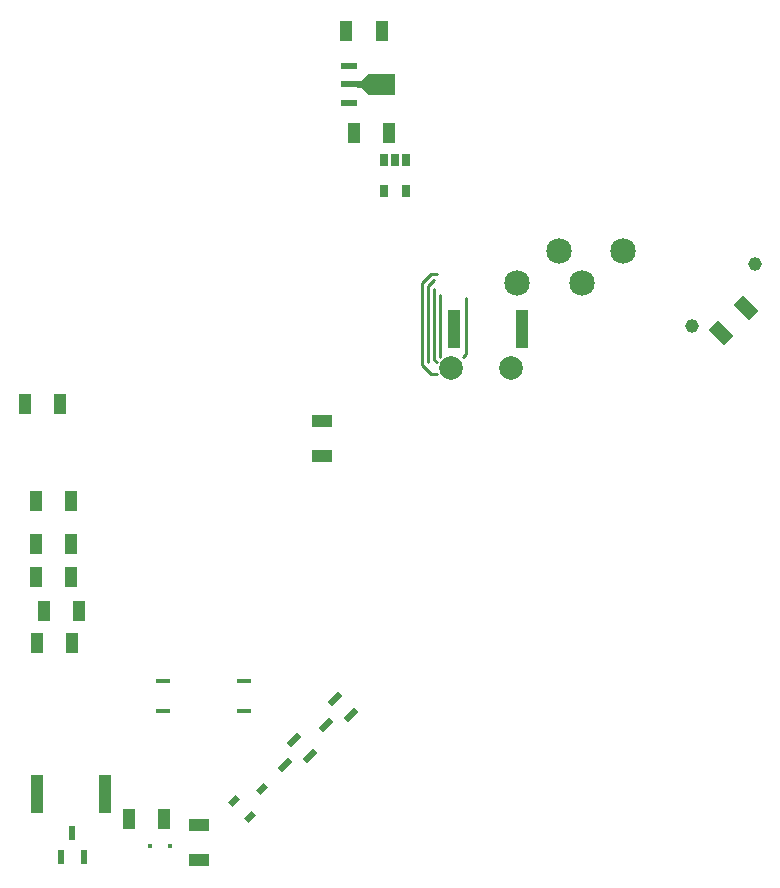
<source format=gbs>
G04 Layer_Color=16711935*
%FSLAX44Y44*%
%MOMM*%
G71*
G01*
G75*
%ADD10R,1.8034X1.1120*%
%ADD21C,1.1684*%
%ADD22C,2.0000*%
%ADD23C,2.1590*%
%ADD33R,1.2080X0.4564*%
G04:AMPARAMS|DCode=34|XSize=1.112mm|YSize=1.8034mm|CornerRadius=0mm|HoleSize=0mm|Usage=FLASHONLY|Rotation=45.000|XOffset=0mm|YOffset=0mm|HoleType=Round|Shape=Rectangle|*
%AMROTATEDRECTD34*
4,1,4,0.2445,-1.0308,-1.0308,0.2445,-0.2445,1.0308,1.0308,-0.2445,0.2445,-1.0308,0.0*
%
%ADD34ROTATEDRECTD34*%

%ADD35R,1.0128X3.2004*%
%ADD36R,0.7000X1.0000*%
%ADD37R,1.1120X1.8034*%
%ADD38R,1.3938X0.4826*%
%ADD39R,1.3938X0.5588*%
G04:AMPARAMS|DCode=40|XSize=0.5588mm|YSize=0.9144mm|CornerRadius=0mm|HoleSize=0mm|Usage=FLASHONLY|Rotation=135.000|XOffset=0mm|YOffset=0mm|HoleType=Round|Shape=Rectangle|*
%AMROTATEDRECTD40*
4,1,4,0.5209,0.1257,-0.1257,-0.5209,-0.5209,-0.1257,0.1257,0.5209,0.5209,0.1257,0.0*
%
%ADD40ROTATEDRECTD40*%

%ADD41R,0.5426X1.1572*%
G04:AMPARAMS|DCode=42|XSize=0.568mm|YSize=1.2588mm|CornerRadius=0mm|HoleSize=0mm|Usage=FLASHONLY|Rotation=315.000|XOffset=0mm|YOffset=0mm|HoleType=Round|Shape=Rectangle|*
%AMROTATEDRECTD42*
4,1,4,-0.6459,-0.2442,0.2442,0.6459,0.6459,0.2442,-0.2442,-0.6459,-0.6459,-0.2442,0.0*
%
%ADD42ROTATEDRECTD42*%

%ADD43R,0.4032X0.3556*%
%ADD49C,0.2540*%
%ADD51C,0.1590*%
G36*
X502526Y658856D02*
X479952D01*
X473602Y665206D01*
X470046D01*
Y670794D01*
X473602D01*
X479952Y677144D01*
X502526D01*
Y658856D01*
D02*
G37*
D10*
X336000Y11042D02*
D03*
Y40958D02*
D03*
X440000Y353042D02*
D03*
Y382958D02*
D03*
D21*
X807000Y516000D02*
D03*
X753967Y462967D02*
D03*
D22*
X550000Y428000D02*
D03*
X600000D02*
D03*
D23*
X660200Y500000D02*
D03*
X605600D02*
D03*
X695400Y527000D02*
D03*
X640800D02*
D03*
D33*
X374417Y162700D02*
D03*
Y137300D02*
D03*
X305583Y137300D02*
D03*
Y162700D02*
D03*
D34*
X799577Y478577D02*
D03*
X778423Y457423D02*
D03*
D35*
X609940Y461000D02*
D03*
X552060D02*
D03*
X256940Y67000D02*
D03*
X199060D02*
D03*
D36*
X511500Y578000D02*
D03*
Y604000D02*
D03*
X502000D02*
D03*
X492500D02*
D03*
Y578000D02*
D03*
D37*
X461042Y713000D02*
D03*
X490958D02*
D03*
X467042Y627000D02*
D03*
X496958D02*
D03*
X198084Y315000D02*
D03*
X228000D02*
D03*
X198084Y279000D02*
D03*
X228000D02*
D03*
X205042Y222449D02*
D03*
X234958D02*
D03*
X277042Y46000D02*
D03*
X306958D02*
D03*
X199084Y195000D02*
D03*
X229000D02*
D03*
X198084Y251000D02*
D03*
X228000D02*
D03*
X218958Y397000D02*
D03*
X189042D02*
D03*
D38*
X463077Y652300D02*
D03*
Y683700D02*
D03*
D39*
Y668000D02*
D03*
D40*
X389441Y71441D02*
D03*
X365841Y61276D02*
D03*
X379276Y47841D02*
D03*
D41*
X238525Y13840D02*
D03*
X219475D02*
D03*
X229000Y34160D02*
D03*
D42*
X408990Y91555D02*
D03*
X430435Y99565D02*
D03*
X417000Y113000D02*
D03*
X443555Y125990D02*
D03*
X465000Y134000D02*
D03*
X451565Y147435D02*
D03*
D43*
X294507Y23000D02*
D03*
X311493D02*
D03*
D49*
X540000Y440000D02*
Y490000D01*
Y437500D02*
Y440000D01*
X562500Y440000D02*
Y487500D01*
X560000Y437500D02*
X562500Y440000D01*
X535000Y435000D02*
Y495000D01*
Y435000D02*
X537500Y432500D01*
X530000Y497500D02*
X535000Y502500D01*
X530000Y432500D02*
Y497500D01*
X532500Y507500D02*
X537500D01*
X525000Y500000D02*
X532500Y507500D01*
X525000Y467500D02*
Y500000D01*
Y432500D02*
Y467500D01*
Y430000D02*
Y432500D01*
Y430000D02*
X532500Y422500D01*
X537500D01*
D51*
X551000Y500000D02*
D03*
X750000Y527000D02*
D03*
M02*

</source>
